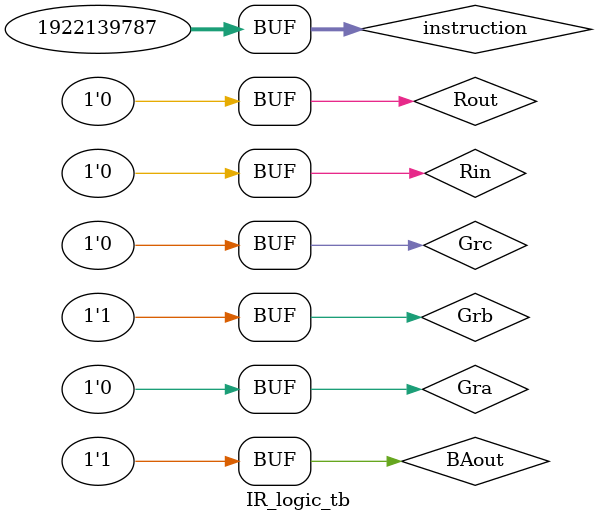
<source format=v>
`timescale 1ns/10ps

module IR_logic(
	input [31:0] instruction,
	input Gra,
	input Grb,
	input Grc,
	input Rin,
	input Rout,
	input BAout,
	output [4:0] opcode,
	output [31:0] C_sign_extended,
	output [15:0] R0_R15_in,
	output [15:0] R0_R15_out,
	output wire [3:0] decoder_in
	);
	
	//wire [3:0] decoder_in;
	wire [15:0] decoder_out;
	
	assign decoder_in = (instruction[26:23]&{4{Gra}}) | (instruction[22:19]&{4{Grb}}) | (instruction[18:15]&{4{Grc}});
	decoder_4_to_16	dec_op(decoder_in, decoder_out);
	
	assign opcode = instruction[31:27];
	assign C_sign_extended = {{13{instruction[18]}},instruction[18:0]};
	assign R0_R15_in = {16{Rin}} & decoder_out;
	assign R0_R15_out = ({16{Rout}} | {16{BAout}}) & decoder_out;
	
	always @ (instruction)
	  $monitor( "ins_opcode=%b, ins_Ra=%b, ins_Rb=%b, ins_Rc=%b, ins_C= %b, opcode=%b, R0_R15_in=%b, R0_R15_out=%b, C_out=%b, decoder_in", instruction[31:27],instruction[26:23],instruction[22:19],instruction[18:15],instruction[14:0], opcode, R0_R15_in, R0_R15_out, C_sign_extended,decoder_in);
	
	
endmodule

module decoder_4_to_16(
	input wire [3:0] decoder_in,
	output reg [15:0] decoder_out
	);
		
	always@(*) begin
		case(decoder_in)
         4'b0000 : decoder_out <= 16'h0001;  //R0     
         4'b0001 : decoder_out <= 16'h0002;  //R1     
			4'b0010 : decoder_out <= 16'h0004;  //R2    
         4'b0011 : decoder_out <= 16'h0008;  //R3    
         4'b0100 : decoder_out <= 16'h0010;  //R4    
         4'b0101 : decoder_out <= 16'h0020;  //R5    
         4'b0110 : decoder_out <= 16'h0040;  //R6    
         4'b0111 : decoder_out <= 16'h0080;  //R7    
         4'b1000 : decoder_out <= 16'h0100;  //R8    
         4'b1001 : decoder_out <= 16'h0200;  //R9    
         4'b1010 : decoder_out <= 16'h0400;  //R10   
         4'b1011 : decoder_out <= 16'h0800;  //R11   
         4'b1100 : decoder_out <= 16'h1000;  //R12   
         4'b1101 : decoder_out <= 16'h2000;  //R13   
         4'b1110 : decoder_out <= 16'h4000;  //R14   
         4'b1111 : decoder_out <= 16'h8000;  //R15   
      endcase
   end
endmodule


module IR_logic_tb();
	reg [31:0] instruction;
	reg Gra, Grb, Grc, Rin, Rout, BAout;
	wire [31:0] C_out;
	wire [15:0] R0_R15_in, R0_R15_out;
	wire [4:0] opcode;
	wire [3:0] decoder_in;
	
	 
	initial begin
		instruction=0; Gra=0; Grb=0; Grc=0; Rin=0; Rout=0; BAout=0;
	  #10 instruction=32'b01110010100100011000011010001011; Gra=1; Grb=0; Grc=0; Rin=1; Rout=0; BAout=0;
	  #10 instruction=32'b01110010100100011000011010001011; Gra=0; Grb=1; Grc=0; Rin=1; Rout=0; BAout=0;
	  #10 instruction=32'b01110010100100011000011010001011; Gra=0; Grb=0; Grc=1; Rin=1; Rout=0; BAout=0;
	  #10 instruction=32'b01110010100100011000011010001011; Gra=0; Grb=1; Grc=0; Rin=0; Rout=1; BAout=0;
	  #10 instruction=32'b01110010100100011000011010001011; Gra=0; Grb=1; Grc=0; Rin=0; Rout=0; BAout=1;
	end
	
	
	initial 
	  $monitor( "ins_opcode=%b, ins_Ra=%b, ins_Rb=%b, ins_Rc=%b, ins_C= %b, opcode=%b, R0_R15_in=%b, R0_R15_out=%b, C_out=%b, decoder_in", instruction[31:27],instruction[26:23],instruction[22:19],instruction[18:15],instruction[14:0], opcode, R0_R15_in, R0_R15_out, C_out,decoder_in);
	
	IR_logic IR(instruction,Gra,Grb,Grc,Rin,Rout,BAout,opcode,C_out,R0_R15_in,R0_R15_out,decoder_in);
endmodule
	
</source>
